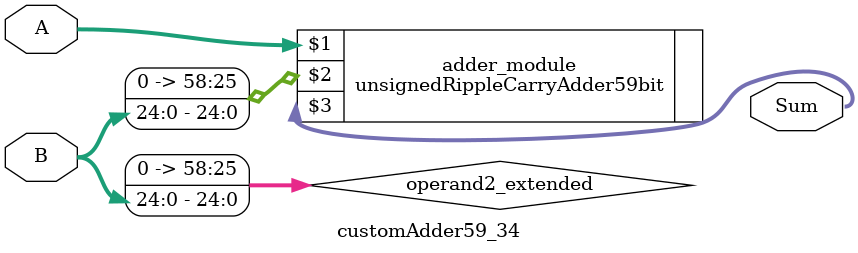
<source format=v>
module customAdder59_34(
                        input [58 : 0] A,
                        input [24 : 0] B,
                        
                        output [59 : 0] Sum
                );

        wire [58 : 0] operand2_extended;
        
        assign operand2_extended =  {34'b0, B};
        
        unsignedRippleCarryAdder59bit adder_module(
            A,
            operand2_extended,
            Sum
        );
        
        endmodule
        
</source>
